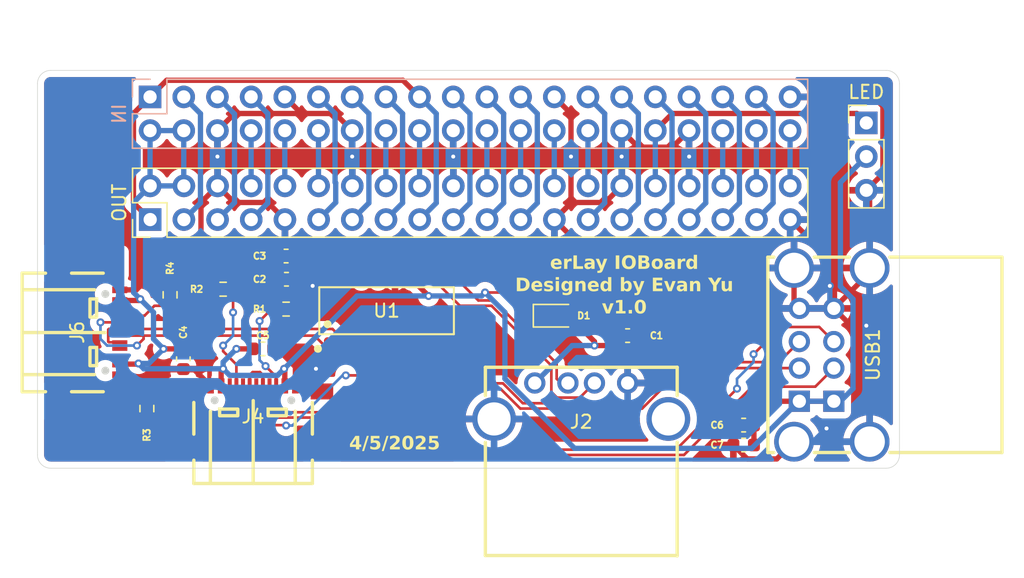
<source format=kicad_pcb>
(kicad_pcb (version 20241229) (generator "pcbnew") (generator_version "9.0")
  (layers (0 "F.Cu" signal) (2 "B.Cu" signal) (13 "F.Paste" user) (15 "B.Paste" user) (5 "F.SilkS" user "F.Silkscreen") (7 "B.SilkS" user "B.Silkscreen") (1 "F.Mask" user) (3 "B.Mask" user) (25 "Edge.Cuts" user))
  (net 0 "")
  (net 1 "GND")
  (net 2 "Net-(D1-A)")
  (net 3 "Net-(U1-VDD18)")
  (net 4 "Net-(U1-VDD33)")
  (net 5 "VCC")
  (net 6 "/GPIO_11")
  (net 7 "/GPIO_7")
  (net 8 "/GPIO_9")
  (net 9 "/GPIO_30")
  (net 10 "/GPIO_27")
  (net 11 "/GPIO_10")
  (net 12 "/GPIO_16")
  (net 13 "/GPIO_24")
  (net 14 "/GPIO_25")
  (net 15 "/GPIO_6")
  (net 16 "/GPIO_31")
  (net 17 "+3.3V")
  (net 18 "/GPIO_23")
  (net 19 "/GPIO_29")
  (net 20 "/GPIO_4")
  (net 21 "/GPIO_21")
  (net 22 "/GPIO_2")
  (net 23 "/GPIO_12")
  (net 24 "/GPIO_13")
  (net 25 "/GPIO_1")
  (net 26 "/GPIO_0")
  (net 27 "/GPIO_28")
  (net 28 "/GPIO_5")
  (net 29 "/GPIO_15")
  (net 30 "/GPIO_14")
  (net 31 "/GPIO_26")
  (net 32 "/GPIO_3")
  (net 33 "/GPIO_22")
  (net 34 "/GPIO_8")
  (net 35 "Net-(U1-DM3)")
  (net 36 "Net-(U1-DP3)")
  (net 37 "Net-(J4-CC2)")
  (net 38 "Net-(J4-CC1)")
  (net 39 "Net-(J6-CC2)")
  (net 40 "Net-(J6-CC1)")
  (net 41 "Net-(U1-DP1)")
  (net 42 "Net-(U1-DM2)")
  (net 43 "Net-(J2-D-)")
  (net 44 "Net-(U1-DP2)")
  (net 45 "Net-(U1-DP4)")
  (net 46 "Net-(U1-DM1)")
  (net 47 "Net-(J2-D+)")
  (net 48 "Net-(U1-DM4)")
  (footprint "Capacitor_SMD:C_0603_1608Metric" (layer "F.Cu") (at 137 101)
    (property "Reference" "C5")
    (property "Value" "10uF")
  )
  (footprint "Capacitor_SMD:C_0603_1608Metric" (layer "F.Cu") (at 138.75 94)
    (property "Reference" "C3")
    (property "Value" "10uF")
  )
  (footprint "Capacitor_SMD:C_0603_1608Metric" (layer "F.Cu") (at 173.25 108.25)
    (property "Reference" "C7")
    (property "Value" "10uF")
  )
  (footprint "Resistor_SMD:R_0603_1608Metric" (layer "F.Cu") (at 134 96.5 180)
    (property "Reference" "R2")
    (property "Value" "5.1k")
  )
  (footprint "Capacitor_SMD:C_0603_1608Metric" (layer "F.Cu") (at 138.775 95.75)
    (property "Reference" "C2")
    (property "Value" "10uF")
  )
  (footprint "Diode_SMD:D_SOD-323" (layer "F.Cu") (at 159 98.5)
    (property "Reference" "D1")
    (property "Value" "D")
  )
  (footprint "Components:USB-A-TH_USB-231-ARY" (layer "F.Cu") (at 161 104.928)
    (property "Reference" "J2")
    (property "Value" "USB_A")
  )
  (footprint "Connector_PinHeader_2.54mm:PinHeader_1x03_P2.54mm_Vertical" (layer "F.Cu") (at 182.5 83.96)
    (property "Reference" "LED")
    (property "Value" "Conn_01x03")
  )
  (footprint "Capacitor_SMD:C_0603_1608Metric" (layer "F.Cu") (at 173.25 106.75)
    (property "Reference" "C6")
    (property "Value" "10uF")
  )
  (footprint "Capacitor_SMD:C_0603_1608Metric" (layer "F.Cu") (at 131 101.75 -90)
    (property "Reference" "C4")
    (property "Value" "10uF")
  )
  (footprint "Components:SL2.1A" (layer "F.Cu") (at 146.325 98.1225)
    (property "Reference" "U1")
    (property "Value" "~")
  )
  (footprint "Resistor_SMD:R_0603_1608Metric" (layer "F.Cu") (at 128.25 105.5 90)
    (property "Reference" "R3")
    (property "Value" "5.1k")
  )
  (footprint "Capacitor_SMD:C_0603_1608Metric" (layer "F.Cu") (at 164.5 100)
    (property "Reference" "C1")
    (property "Value" "10uF")
  )
  (footprint "Components:USB-TYPE-C-SMD_TYPE-C-16P-QTWT" (layer "F.Cu") (at 123.8985 99.75 -90)
    (property "Reference" "J6")
    (property "Value" "USB_C_Receptacle_USB2.0_14P")
    (fp_poly (pts (xy -2.592567 -1.260158) (xy -2.612836 -1.335805) (xy -2.651994 -1.403628) (xy -2.707372 -1.459006) (xy -2.775195 -1.498164) (xy -2.850842 -1.518433) (xy -2.929158 -1.518433) (xy -3.004805 -1.498164) (xy -3.072628 -1.459006) (xy -3.128006 -1.403628) (xy -3.167164 -1.335805) (xy -3.187433 -1.260158) (xy -3.187433 -1.181842) (xy -3.167164 -1.106195) (xy -3.128006 -1.038372) (xy -3.072628 -0.982994) (xy -3.004805 -0.943836) (xy -2.929158 -0.923567) (xy -2.850842 -0.923567) (xy -2.775195 -0.943836) (xy -2.707372 -0.982994) (xy -2.651994 -1.038372) (xy -2.612836 -1.106195) (xy -2.592567 -1.181842)) (fill yes) (layer "Edge.Cuts"))
    (fp_poly (pts (xy 3.187433 -1.260158) (xy 3.167164 -1.335805) (xy 3.128006 -1.403628) (xy 3.072628 -1.459006) (xy 3.004805 -1.498164) (xy 2.929158 -1.518433) (xy 2.850842 -1.518433) (xy 2.775195 -1.498164) (xy 2.707372 -1.459006) (xy 2.651994 -1.403628) (xy 2.612836 -1.335805) (xy 2.592567 -1.260158) (xy 2.592567 -1.181842) (xy 2.612836 -1.106195) (xy 2.651994 -1.038372) (xy 2.707372 -0.982994) (xy 2.775195 -0.943836) (xy 2.850842 -0.923567) (xy 2.929158 -0.923567) (xy 3.004805 -0.943836) (xy 3.072628 -0.982994) (xy 3.128006 -1.038372) (xy 3.167164 -1.106195) (xy 3.187433 -1.181842)) (fill yes) (layer "Edge.Cuts"))
  )
  (footprint "Connector_PinHeader_2.54mm:PinHeader_2x20_P2.54mm_Vertical" (layer "F.Cu") (at 128.5 91.25 90)
    (property "Reference" "OUT")
    (property "Value" "Conn_02x20_Odd_Even")
  )
  (footprint "Components:USB-TYPE-C-SMD_TYPE-C-16P-QTWT" (layer "F.Cu") (at 136.25 106.1015)
    (property "Reference" "J4")
    (property "Value" "USB_C_Receptacle_USB2.0_14P")
    (fp_poly (pts (xy -2.592567 -1.260158) (xy -2.612836 -1.335805) (xy -2.651994 -1.403628) (xy -2.707372 -1.459006) (xy -2.775195 -1.498164) (xy -2.850842 -1.518433) (xy -2.929158 -1.518433) (xy -3.004805 -1.498164) (xy -3.072628 -1.459006) (xy -3.128006 -1.403628) (xy -3.167164 -1.335805) (xy -3.187433 -1.260158) (xy -3.187433 -1.181842) (xy -3.167164 -1.106195) (xy -3.128006 -1.038372) (xy -3.072628 -0.982994) (xy -3.004805 -0.943836) (xy -2.929158 -0.923567) (xy -2.850842 -0.923567) (xy -2.775195 -0.943836) (xy -2.707372 -0.982994) (xy -2.651994 -1.038372) (xy -2.612836 -1.106195) (xy -2.592567 -1.181842)) (fill yes) (layer "Edge.Cuts"))
    (fp_poly (pts (xy 3.187433 -1.260158) (xy 3.167164 -1.335805) (xy 3.128006 -1.403628) (xy 3.072628 -1.459006) (xy 3.004805 -1.498164) (xy 2.929158 -1.518433) (xy 2.850842 -1.518433) (xy 2.775195 -1.498164) (xy 2.707372 -1.459006) (xy 2.651994 -1.403628) (xy 2.612836 -1.335805) (xy 2.592567 -1.260158) (xy 2.592567 -1.181842) (xy 2.612836 -1.106195) (xy 2.651994 -1.038372) (xy 2.707372 -0.982994) (xy 2.775195 -0.943836) (xy 2.850842 -0.923567) (xy 2.929158 -0.923567) (xy 3.004805 -0.943836) (xy 3.072628 -0.982994) (xy 3.128006 -1.038372) (xy 3.167164 -1.106195) (xy 3.187433 -1.181842)) (fill yes) (layer "Edge.Cuts"))
  )
  (footprint "Resistor_SMD:R_0603_1608Metric" (layer "F.Cu") (at 138.75 98)
    (property "Reference" "R1")
    (property "Value" "5.1k")
  )
  (footprint "Resistor_SMD:R_0603_1608Metric" (layer "F.Cu") (at 130 96.925 90)
    (property "Reference" "R4")
    (property "Value" "5.1k")
  )
  (footprint "Components:USB-A-TH_AF-SS-JB17.6" (layer "F.Cu") (at 179.9 101.45 90)
    (property "Reference" "USB1")
    (property "Value" "~")
  )
  (footprint "Connector_PinHeader_2.54mm:PinHeader_2x20_P2.54mm_Vertical" (layer "B.Cu") (at 128.49 82 -90)
    (property "Reference" "IN")
    (property "Value" "Conn_02x20_Odd_Even")
  )
  (gr_arc (start 121.000001 109.999999) (mid 120.292894 109.707106) (end 120.000001 108.999999) (stroke (width 0.05)) (layer "Edge.Cuts"))
  (gr_line (start 184 80) (end 121 80) (stroke (width 0.05)) (layer "Edge.Cuts"))
  (gr_arc (start 120 81) (mid 120.292893 80.292893) (end 121 80) (stroke (width 0.05)) (layer "Edge.Cuts"))
  (gr_line (start 120 81) (end 120.000002 108.999999) (stroke (width 0.05)) (layer "Edge.Cuts"))
  (gr_arc (start 185 109) (mid 184.707107 109.707107) (end 184 110) (stroke (width 0.05)) (layer "Edge.Cuts"))
  (gr_arc (start 184 80) (mid 184.707107 80.292893) (end 185 81) (stroke (width 0.05)) (layer "Edge.Cuts"))
  (gr_line (start 185 109) (end 185 81) (stroke (width 0.05)) (layer "Edge.Cuts"))
  (gr_line (start 121 109.999999) (end 184 110) (stroke (width 0.05)) (layer "Edge.Cuts"))
  (gr_text "4/5/2025" (at 143.5 108.75 0) (layer "F.SilkS") (effects (font (size 1 1) (thickness 0.25) (bold yes)) (justify left bottom)))
  (gr_text "erLay IOBoard\nDesigned by Evan Yu\nv1.0" (at 164.25 98.5 0) (layer "F.SilkS") (effects (font (size 1 1) (thickness 0.25) (bold yes)) (justify bottom)))
  (segment (start 133.05 103.793) (end 131.782 102.525) (width 0.4) (layer "F.Cu") (net 1))
  (segment (start 130 96.1) (end 129.85 96.25) (width 0.4) (layer "F.Cu") (net 1))
  (segment (start 160.231 83.261) (end 160.231 86.5) (width 0.4) (layer "F.Cu") (net 1))
  (segment (start 143.73 84.54) (end 143.73 86.5) (width 0.4) (layer "F.Cu") (net 1))
  (segment (start 182.75 95.25) (end 182.75 94.9) (width 0.4) (layer "F.Cu") (net 1))
  (segment (start 139.45 102.358636) (end 138.091364 101) (width 0.4) (layer "F.Cu") (net 1))
  (segment (start 164.05 84.54) (end 164.05 86.5) (width 0.4) (layer "F.Cu") (net 1))
  (segment (start 138.66 91.25) (end 138.66 93.315) (width 0.4) (layer "F.Cu") (net 1))
  (segment (start 182.75 89.29) (end 182.5 89.04) (width 0.4) (layer "F.Cu") (net 1))
  (segment (start 183.042 82) (end 183.751 82.709) (width 0.4) (layer "F.Cu") (net 1))
  (segment (start 179.75 94.24) (end 176.76 91.25) (width 0.4) (layer "F.Cu") (net 1))
  (segment (start 127.75 96.25) (end 127.45 96.55) (width 0.4) (layer "F.Cu") (net 1))
  (segment (start 162.809 89.961) (end 164.06 88.71) (width 0.4) (layer "F.Cu") (net 1))
  (segment (start 172.475 108.25) (end 173.524 109.299) (width 0.4) (layer "F.Cu") (net 1))
  (segment (start 164.05 84.54) (end 165.301 85.791) (width 0.4) (layer "F.Cu") (net 1))
  (segment (start 175.751 109.299) (end 177.05 108) (width 0.4) (layer "F.Cu") (net 1))
  (segment (start 164.05 86.5) (end 164.05 88.7) (width 0.4) (layer "F.Cu") (net 1))
  (segment (start 164.05 88.7) (end 164.06 88.71) (width 0.4) (layer "F.Cu") (net 1))
  (segment (start 165.275 97.545) (end 165.275 100) (width 0.4) (layer "F.Cu") (net 1))
  (segment (start 132.329 95.654) (end 133.175 96.5) (width 0.4) (layer "F.Cu") (net 1))
  (segment (start 126.525 102.95) (end 128.25 104.675) (width 0.4) (layer "F.Cu") (net 1))
  (segment (start 158.97 82) (end 160.231 83.261) (width 0.4) (layer "F.Cu") (net 1))
  (segment (start 172.475 108.25) (end 172.475 106.75) (width 0.4) (layer "F.Cu") (net 1))
  (segment (start 138.66 93.315) (end 137.975 94) (width 0.4) (layer "F.Cu") (net 1))
  (segment (start 167.879 85.791) (end 169.13 84.54) (width 0.4) (layer "F.Cu") (net 1))
  (segment (start 176.75 82) (end 183.042 82) (width 0.4) (layer "F.Cu") (net 1))
  (segment (start 160.231 89.999) (end 158.98 91.25) (width 0.4) (layer "F.Cu") (net 1))
  (segment (start 182.75 94.9) (end 182.75 89.29) (width 0.4) (layer "F.Cu") (net 1))
  (segment (start 142.441 83.251) (end 143.73 84.54) (width 0.4) (layer "F.Cu") (net 1))
  (segment (start 138.65 82) (end 139.901 83.251) (width 0.4) (layer "F.Cu") (net 1))
  (segment (start 143.73 88.7) (end 143.74 88.71) (width 0.4) (layer "F.Cu") (net 1))
  (segment (start 169.14 84.55) (end 169.13 84.54) (width 0.4) (layer "F.Cu") (net 1))
  (segment (start 151.35 84.54) (end 151.35 86.5) (width 0.4) (layer "F.Cu") (net 1))
  (segment (start 177.05 97.55) (end 177.45 97.95) (width 0.4) (layer "F.Cu") (net 1))
  (segment (start 139.901 83.251) (end 142.441 83.251) (width 0.4) (layer "F.Cu") (net 1))
  (segment (start 151.35 88.7) (end 151.36 88.71) (width 0.4) (layer "F.Cu") (net 1))
  (segment (start 129.85 96.25) (end 127.75 96.25) (width 0.4) (layer "F.Cu") (net 1))
  (segment (start 169.14 86.5) (end 169.14 84.55) (width 0.4) (layer "F.Cu") (net 1))
  (segment (start 133.58 88.71) (end 132.329 89.961) (width 0.4) (layer "F.Cu") (net 1))
  (segment (start 173.524 109.299) (end 175.751 109.299) (width 0.4) (layer "F.Cu") (net 1))
  (segment (start 139.901 83.251) (end 134.859 83.251) (width 0.4) (layer "F.Cu") (net 1))
  (segment (start 183.751 87.789) (end 182.5 89.04) (width 0.4) (layer "F.Cu") (net 1))
  (segment (start 132.329 89.961) (end 132.329 95.654) (width 0.4) (layer "F.Cu") (net 1))
  (segment (start 182.5 99.25) (end 181.35 99.25) (width 0.4) (layer "F.Cu") (net 1))
  (segment (start 179.75 96.25) (end 179.75 94.24) (width 0.4) (layer "F.Cu") (net 1))
  (segment (start 165.301 85.791) (end 167.879 85.791) (width 0.4) (layer "F.Cu") (net 1))
  (segment (start 160.269 89.961) (end 162.809 89.961) (width 0.4) (layer "F.Cu") (net 1))
  (segment (start 143.73 86.5) (end 143.73 88.7) (width 0.4) (layer "F.Cu") (net 1))
  (segment (start 134.859 83.251) (end 133.57 84.54) (width 0.4) (layer "F.Cu") (net 1))
  (segment (start 180.05 97.95) (end 182.75 95.25) (width 0.4) (layer "F.Cu") (net 1))
  (segment (start 139.45 103.793) (end 139.45 102.358636) (width 0.4) (layer "F.Cu") (net 1))
  (segment (start 169.14 88.71) (end 169.14 86.5) (width 0.4) (layer "F.Cu") (net 1))
  (segment (start 134.831 89.961) (end 137.371 89.961) (width 0.4) (layer "F.Cu") (net 1))
  (segment (start 140.75 96.25) (end 141.75 95.25) (width 0.4) (layer "F.Cu") (net 1))
  (segment (start 133.58 88.71) (end 134.831 89.961) (width 0.4) (layer "F.Cu") (net 1))
  (segment (start 138.091364 101) (end 137.775 101) (width 0.4) (layer "F.Cu") (net 1))
  (segment (start 141.75 95.25) (end 141.88 95.25) (width 0.4) (layer "F.Cu") (net 1))
  (segment (start 133.57 88.7) (end 133.58 88.71) (width 0.4) (layer "F.Cu") (net 1))
  (segment (start 137.371 89.961) (end 138.66 91.25) (width 0.4) (layer "F.Cu") (net 1))
  (segment (start 160.231 86.5) (end 160.231 89.999) (width 0.4) (layer "F.Cu") (net 1))
  (segment (start 183.751 82.709) (end 183.751 87.789) (width 0.4) (layer "F.Cu") (net 1))
  (segment (start 127.45 96.55) (end 126.207 96.55) (width 0.4) (layer "F.Cu") (net 1))
  (segment (start 158.98 91.25) (end 165.275 97.545) (width 0.4) (layer "F.Cu") (net 1))
  (segment (start 126.207 102.95) (end 126.525 102.95) (width 0.4) (layer "F.Cu") (net 1))
  (segment (start 133.57 84.54) (end 133.57 86.5) (width 0.4) (layer "F.Cu") (net 1))
  (segment (start 177.05 94.9) (end 182.75 94.9) (width 0.4) (layer "F.Cu") (net 1))
  (segment (start 131.782 102.525) (end 131 102.525) (width 0.4) (layer "F.Cu") (net 1))
  (segment (start 181.35 99.25) (end 180.05 97.95) (width 0.4) (layer "F.Cu") (net 1))
  (segment (start 177.05 94.9) (end 177.05 97.55) (width 0.4) (layer "F.Cu") (net 1))
  (segment (start 158.98 91.25) (end 160.269 89.961) (width 0.4) (layer "F.Cu") (net 1))
  (segment (start 133.57 86.5) (end 133.57 88.7) (width 0.4) (layer "F.Cu") (net 1))
  (segment (start 151.35 86.5) (end 151.35 88.7) (width 0.4) (layer "F.Cu") (net 1))
  (via (at 140.75 96.25) (size 0.6) (drill 0.3) (layers "F.Cu" "B.Cu") (net 1))
  (via (at 164.05 86.5) (size 0.6) (drill 0.3) (layers "F.Cu" "B.Cu") (net 1))
  (via (at 141 102.5) (size 0.6) (drill 0.3) (layers "F.Cu" "B.Cu") (net 1))
  (via (at 179.5 107) (size 0.6) (drill 0.3) (layers "F.Cu" "B.Cu") (net 1))
  (via (at 143.73 86.5) (size 0.6) (drill 0.3) (layers "F.Cu" "B.Cu") (net 1))
  (via (at 179.75 96.25) (size 0.6) (drill 0.3) (layers "F.Cu" "B.Cu") (net 1))
  (via (at 151.35 86.5) (size 0.6) (drill 0.3) (layers "F.Cu" "B.Cu") (net 1))
  (via (at 160.231 86.5) (size 0.6) (drill 0.3) (layers "F.Cu" "B.Cu") (net 1))
  (via (at 182.5 99.25) (size 0.6) (drill 0.3) (layers "F.Cu" "B.Cu") (net 1))
  (via (at 169.14 86.5) (size 0.6) (drill 0.3) (layers "F.Cu" "B.Cu") (net 1))
  (via (at 133.57 86.5) (size 0.6) (drill 0.3) (layers "F.Cu" "B.Cu") (net 1))
  (segment (start 178.5 108) (end 179.5 107) (width 0.4) (layer "B.Cu") (net 1))
  (segment (start 179.75 97.65) (end 179.75 96.25) (width 0.4) (layer "B.Cu") (net 1))
  (segment (start 177.05 108) (end 182.75 108) (width 0.4) (layer "B.Cu") (net 1))
  (segment (start 180.05 97.95) (end 179.75 97.65) (width 0.4) (layer "B.Cu") (net 1))
  (segment (start 177.05 108) (end 178.5 108) (width 0.4) (layer "B.Cu") (net 1))
  (segment (start 182.75 99.5) (end 182.5 99.25) (width 0.4) (layer "B.Cu") (net 1))
  (segment (start 180.05 97.95) (end 177.45 97.95) (width 0.4) (layer "B.Cu") (net 1))
  (segment (start 182.75 108) (end 182.75 99.5) (width 0.4) (layer "B.Cu") (net 1))
  (segment (start 162 100.75) (end 162.975 100.75) (width 0.4) (layer "F.Cu") (net 2))
  (segment (start 162 100.45) (end 160.05 98.5) (width 0.4) (layer "F.Cu") (net 2))
  (segment (start 162 100.75) (end 162 100.45) (width 0.4) (layer "F.Cu") (net 2))
  (segment (start 162.975 100.75) (end 163.725 100) (width 0.4) (layer "F.Cu") (net 2))
  (via (at 162 100.75) (size 0.6) (drill 0.3) (layers "F.Cu" "B.Cu") (net 2))
  (segment (start 157.5 103.573) (end 160.323 100.75) (width 0.4) (layer "B.Cu") (net 2))
  (segment (start 160.323 100.75) (end 161.5 100.75) (width 0.4) (layer "B.Cu") (net 2))
  (segment (start 161.5 100.75) (end 162 100.75) (width 0.4) (layer "B.Cu") (net 2))
  (segment (start 143.6635 93.901) (end 144.42 94.6575) (width 0.2) (layer "F.Cu") (net 3))
  (segment (start 144.42 94.6575) (end 144.42 95.25) (width 0.2) (layer "F.Cu") (net 3))
  (segment (start 141.599 93.901) (end 143.6635 93.901) (width 0.2) (layer "F.Cu") (net 3))
  (segment (start 139.43 95.75) (end 139.75 95.75) (width 0.2) (layer "F.Cu") (net 3))
  (segment (start 139.75 95.75) (end 141.599 93.901) (width 0.2) (layer "F.Cu") (net 3))
  (segment (start 144.5325 93.5) (end 145.69 94.6575) (width 0.2) (layer "F.Cu") (net 4))
  (segment (start 140.025 93.5) (end 144.5325 93.5) (width 0.2) (layer "F.Cu") (net 4))
  (segment (start 139.43 94) (end 139.525 94) (width 0.2) (layer "F.Cu") (net 4))
  (segment (start 145.69 94.6575) (end 145.69 95.25) (width 0.2) (layer "F.Cu") (net 4))
  (segment (start 139.525 94) (end 140.025 93.5) (width 0.2) (layer "F.Cu") (net 4))
  (segment (start 127.65 97.35) (end 127.75 97.25) (width 0.4) (layer "F.Cu") (net 5))
  (segment (start 174.025 106.725) (end 174.025 106.75) (width 0.4) (layer "F.Cu") (net 5))
  (segment (start 126.207 97.35) (end 127.65 97.35) (width 0.4) (layer "F.Cu") (net 5))
  (segment (start 138.6 102.5) (end 138.65 102.55) (width 0.4) (layer "F.Cu") (net 5))
  (segment (start 175.8 104.95) (end 174.025 106.725) (width 0.4) (layer "F.Cu") (net 5))
  (segment (start 149.49 97.01) (end 148.23 95.75) (width 0.4) (layer "F.Cu") (net 5))
  (segment (start 148.23 95.75) (end 148.23 95.25) (width 0.4) (layer "F.Cu") (net 5))
  (segment (start 174.025 108.25) (end 174.025 106.75) (width 0.4) (layer "F.Cu") (net 5))
  (segment (start 133.85 102.65) (end 133.85 103.793) (width 0.4) (layer "F.Cu") (net 5))
  (segment (start 134 102.5) (end 133.85 102.65) (width 0.4) (layer "F.Cu") (net 5))
  (segment (start 127.617735 102.1) (end 127.567735 102.15) (width 0.4) (layer "F.Cu") (net 5))
  (segment (start 138.65 102.55) (end 138.65 103.793) (width 0.4) (layer "F.Cu") (net 5))
  (segment (start 129.5 101) (end 130.975 101) (width 0.4) (layer "F.Cu") (net 5))
  (segment (start 127.567735 102.15) (end 126.207 102.15) (width 0.4) (layer "F.Cu") (net 5))
  (segment (start 155.499 96.749) (end 157.25 98.5) (width 0.2) (layer "F.Cu") (net 5))
  (segment (start 153.75 96.749) (end 155.499 96.749) (width 0.2) (layer "F.Cu") (net 5))
  (segment (start 130.975 101) (end 131 100.975) (width 0.4) (layer "F.Cu") (net 5))
  (segment (start 157.25 98.5) (end 157.95 98.5) (width 0.2) (layer "F.Cu") (net 5))
  (segment (start 180.05 104.95) (end 175.8 104.95) (width 0.4) (layer "F.Cu") (net 5))
  (segment (start 136.225 101) (end 135 101) (width 0.4) (layer "F.Cu") (net 5))
  (via (at 127.617735 102.1) (size 0.6) (drill 0.3) (layers "F.Cu" "B.Cu") (net 5))
  (via (at 149.49 97.01) (size 0.6) (drill 0.3) (layers "F.Cu" "B.Cu") (net 5))
  (via (at 129.5 101) (size 0.6) (drill 0.3) (layers "F.Cu" "B.Cu") (net 5))
  (via (at 127.75 97.25) (size 0.6) (drill 0.3) (layers "F.Cu" "B.Cu") (net 5))
  (via (at 134 102.5) (size 0.6) (drill 0.3) (layers "F.Cu" "B.Cu") (net 5))
  (via (at 135 101) (size 0.6) (drill 0.3) (layers "F.Cu" "B.Cu") (net 5))
  (via (at 138.6 102.5) (size 0.6) (drill 0.3) (layers "F.Cu" "B.Cu") (net 5))
  (via (at 153.75 96.749) (size 0.6) (drill 0.3) (layers "F.Cu" "B.Cu") (net 5))
  (segment (start 134.5 103) (end 134 102.5) (width 0.4) (layer "B.Cu") (net 5))
  (segment (start 131.03 84.54) (end 128.49 84.54) (width 0.4) (layer "B.Cu") (net 5))
  (segment (start 131.03 88.7) (end 131.04 88.71) (width 0.4) (layer "B.Cu") (net 5))
  (segment (start 129.5 101) (end 128.75 100.25) (width 0.4) (layer "B.Cu") (net 5))
  (segment (start 155.25 103.25) (end 160.5 108.5) (width 0.4) (layer "B.Cu") (net 5))
  (segment (start 128.5 88.71) (end 127.249 89.961) (width 0.4) (layer "B.Cu") (net 5))
  (segment (start 127.617735 102.1) (end 128.017735 102.5) (width 0.4) (layer "B.Cu") (net 5))
  (segment (start 134 102) (end 135 101) (width 0.4) (layer "B.Cu") (net 5))
  (segment (start 173.86158 108.5) (end 177.41158 104.95) (width 0.4) (layer "B.Cu") (net 5))
  (segment (start 134 102.5) (end 134 102) (width 0.4) (layer "B.Cu") (net 5))
  (segment (start 180.55 104.95) (end 180.05 104.95) (width 0.4) (layer "B.Cu") (net 5))
  (segment (start 181.5 97.25) (end 181.5 104) (width 0.4) (layer "B.Cu") (net 5))
  (segment (start 180.547471 88.452529) (end 180.547471 96.297471) (width 0.4) (layer "B.Cu") (net 5))
  (segment (start 138.6 102.5) (end 138.1 103) (width 0.4) (layer "B.Cu") (net 5))
  (segment (start 128.75 100.25) (end 128.75 98.25) (width 0.4) (layer "B.Cu") (net 5))
  (segment (start 138.1 103) (end 134.5 103) (width 0.4) (layer "B.Cu") (net 5))
  (segment (start 128.017735 102.5) (end 134 102.5) (width 0.4) (layer "B.Cu") (net 5))
  (segment (start 180.547471 96.297471) (end 181.5 97.25) (width 0.4) (layer "B.Cu") (net 5))
  (segment (start 127.249 89.961) (end 127.249 96.749) (width 0.4) (layer "B.Cu") (net 5))
  (segment (start 131.04 88.71) (end 128.5 88.71) (width 0.4) (layer "B.Cu") (net 5))
  (segment (start 128.75 98.25) (end 127.75 97.25) (width 0.4) (layer "B.Cu") (net 5))
  (segment (start 127.249 96.749) (end 127.75 97.25) (width 0.4) (layer "B.Cu") (net 5))
  (segment (start 182.5 86.5) (end 180.547471 88.452529) (width 0.4) (layer "B.Cu") (net 5))
  (segment (start 128.49 88.7) (end 128.5 88.71) (width 0.4) (layer "B.Cu") (net 5))
  (segment (start 153.489 97.01) (end 153.75 96.749) (width 0.4) (layer "B.Cu") (net 5))
  (segment (start 153.75 96.749) (end 155.25 98.249) (width 0.4) (layer "B.Cu") (net 5))
  (segment (start 144.09 97.01) (end 149.49 97.01) (width 0.4) (layer "B.Cu") (net 5))
  (segment (start 128.4 102.1) (end 129.5 101) (width 0.4) (layer "B.Cu") (net 5))
  (segment (start 128.49 84.54) (end 128.49 88.7) (width 0.4) (layer "B.Cu") (net 5))
  (segment (start 127.617735 102.1) (end 128.4 102.1) (width 0.4) (layer "B.Cu") (net 5))
  (segment (start 131.03 84.54) (end 131.03 88.7) (width 0.4) (layer "B.Cu") (net 5))
  (segment (start 160.5 108.5) (end 173.86158 108.5) (width 0.4) (layer "B.Cu") (net 5))
  (segment (start 177.41158 104.95) (end 177.45 104.95) (width 0.4) (layer "B.Cu") (net 5))
  (segment (start 149.49 97.01) (end 153.489 97.01) (width 0.4) (layer "B.Cu") (net 5))
  (segment (start 155.25 98.249) (end 155.25 103.25) (width 0.4) (layer "B.Cu") (net 5))
  (segment (start 138.6 102.5) (end 144.09 97.01) (width 0.4) (layer "B.Cu") (net 5))
  (segment (start 177.45 104.95) (end 180.05 104.95) (width 0.4) (layer "B.Cu") (net 5))
  (segment (start 181.5 104) (end 180.55 104.95) (width 0.4) (layer "B.Cu") (net 5))
  (segment (start 158.97 84.54) (end 158.97 88.7) (width 0.4) (layer "B.Cu") (net 6))
  (segment (start 158.97 88.7) (end 158.98 88.71) (width 0.4) (layer "B.Cu") (net 6))
  (segment (start 137.371 89.999) (end 136.12 91.25) (width 0.4) (layer "B.Cu") (net 7))
  (segment (start 136.11 82) (end 137.371 83.261) (width 0.4) (layer "B.Cu") (net 7))
  (segment (start 137.371 83.261) (end 137.371 89.999) (width 0.4) (layer "B.Cu") (net 7))
  (segment (start 134.859 83.289) (end 134.859 89.971) (width 0.4) (layer "B.Cu") (net 8))
  (segment (start 134.859 89.971) (end 133.58 91.25) (width 0.4) (layer "B.Cu") (net 8))
  (segment (start 133.57 82) (end 134.859 83.289) (width 0.4) (layer "B.Cu") (net 8))
  (segment (start 162.771 83.261) (end 162.771 89.999) (width 0.4) (layer "B.Cu") (net 9))
  (segment (start 162.771 89.999) (end 161.52 91.25) (width 0.4) (layer "B.Cu") (net 9))
  (segment (start 161.51 82) (end 162.771 83.261) (width 0.4) (layer "B.Cu") (net 9))
  (segment (start 171.67 88.7) (end 171.68 88.71) (width 0.4) (layer "B.Cu") (net 10))
  (segment (start 171.67 84.54) (end 171.67 88.7) (width 0.4) (layer "B.Cu") (net 10))
  (segment (start 156.43 84.54) (end 156.43 88.7) (width 0.4) (layer "B.Cu") (net 11))
  (segment (start 156.43 88.7) (end 156.44 88.71) (width 0.4) (layer "B.Cu") (net 11))
  (segment (start 138.65 88.7) (end 138.66 88.71) (width 0.4) (layer "B.Cu") (net 12))
  (segment (start 138.65 84.54) (end 138.65 88.7) (width 0.4) (layer "B.Cu") (net 12))
  (segment (start 172.931 89.999) (end 171.68 91.25) (width 0.4) (layer "B.Cu") (net 13))
  (segment (start 171.67 82) (end 172.931 83.261) (width 0.4) (layer "B.Cu") (net 13))
  (segment (start 172.931 83.261) (end 172.931 89.999) (width 0.4) (layer "B.Cu") (net 13))
  (segment (start 174.21 82) (end 175.471 83.261) (width 0.4) (layer "B.Cu") (net 14))
  (segment (start 175.471 83.261) (end 175.471 89.999) (width 0.4) (layer "B.Cu") (net 14))
  (segment (start 175.471 89.999) (end 174.22 91.25) (width 0.4) (layer "B.Cu") (net 14))
  (segment (start 153.89 84.54) (end 153.89 88.7) (width 0.4) (layer "B.Cu") (net 15))
  (segment (start 153.89 88.7) (end 153.9 88.71) (width 0.4) (layer "B.Cu") (net 15))
  (segment (start 161.51 88.7) (end 161.52 88.71) (width 0.4) (layer "B.Cu") (net 16))
  (segment (start 161.51 84.54) (end 161.51 88.7) (width 0.4) (layer "B.Cu") (net 16))
  (segment (start 128.49 82) (end 127.239 83.251) (width 0.4) (layer "F.Cu") (net 17))
  (segment (start 127.239 89.989) (end 128.5 91.25) (width 0.4) (layer "F.Cu") (net 17))
  (segment (start 127.239 83.251) (end 127.239 89.989) (width 0.4) (layer "F.Cu") (net 17))
  (segment (start 147.559 80.749) (end 148.81 82) (width 0.4) (layer "F.Cu") (net 17))
  (segment (start 129.741 80.749) (end 147.559 80.749) (width 0.4) (layer "F.Cu") (net 17))
  (segment (start 128.49 82) (end 129.741 80.749) (width 0.4) (layer "F.Cu") (net 17))
  (segment (start 150.071 83.261) (end 150.071 89.999) (width 0.4) (layer "B.Cu") (net 17))
  (segment (start 148.81 82) (end 150.071 83.261) (width 0.4) (layer "B.Cu") (net 17))
  (segment (start 150.071 89.999) (end 148.82 91.25) (width 0.4) (layer "B.Cu") (net 17))
  (segment (start 170.391 83.261) (end 170.391 89.999) (width 0.4) (layer "B.Cu") (net 18))
  (segment (start 169.13 82) (end 170.391 83.261) (width 0.4) (layer "B.Cu") (net 18))
  (segment (start 170.391 89.999) (end 169.14 91.25) (width 0.4) (layer "B.Cu") (net 18))
  (segment (start 176.75 84.54) (end 176.75 88.7) (width 0.4) (layer "B.Cu") (net 19))
  (segment (start 176.75 88.7) (end 176.76 88.71) (width 0.4) (layer "B.Cu") (net 19))
  (segment (start 146.27 84.54) (end 146.27 88.7) (width 0.4) (layer "B.Cu") (net 20))
  (segment (start 146.27 88.7) (end 146.28 88.71) (width 0.4) (layer "B.Cu") (net 20))
  (segment (start 165.311 83.261) (end 165.311 89.999) (width 0.4) (layer "B.Cu") (net 21))
  (segment (start 165.311 89.999) (end 164.06 91.25) (width 0.4) (layer "B.Cu") (net 21))
  (segment (start 164.05 82) (end 165.311 83.261) (width 0.4) (layer "B.Cu") (net 21))
  (segment (start 144.991 89.999) (end 143.74 91.25) (width 0.4) (layer "B.Cu") (net 22))
  (segment (start 143.73 82) (end 144.991 83.261) (width 0.4) (layer "B.Cu") (net 22))
  (segment (start 144.991 83.261) (end 144.991 89.999) (width 0.4) (layer "B.Cu") (net 22))
  (segment (start 151.35 82) (end 152.611 83.261) (width 0.4) (layer "B.Cu") (net 23))
  (segment (start 152.611 83.261) (end 152.611 89.999) (width 0.4) (layer "B.Cu") (net 23))
  (segment (start 152.611 89.999) (end 151.36 91.25) (width 0.4) (layer "B.Cu") (net 23))
  (segment (start 153.89 82) (end 155.151 83.261) (width 0.4) (layer "B.Cu") (net 24))
  (segment (start 155.151 83.261) (end 155.151 89.999) (width 0.4) (layer "B.Cu") (net 24))
  (segment (start 155.151 89.999) (end 153.9 91.25) (width 0.4) (layer "B.Cu") (net 24))
  (segment (start 141.19 88.7) (end 141.2 88.71) (width 0.4) (layer "B.Cu") (net 25))
  (segment (start 141.19 84.54) (end 141.19 88.7) (width 0.4) (layer "B.Cu") (net 25))
  (segment (start 142.441 83.251) (end 142.441 88.441) (width 0.4) (layer "B.Cu") (net 26))
  (segment (start 142.489 89.961) (end 141.2 91.25) (width 0.4) (layer "B.Cu") (net 26))
  (segment (start 141.19 82) (end 142.441 83.251) (width 0.4) (layer "B.Cu") (net 26))
  (segment (start 142.489 88.489) (end 142.489 89.961) (width 0.4) (layer "B.Cu") (net 26))
  (segment (start 142.441 88.441) (end 142.489 88.489) (width 0.4) (layer "B.Cu") (net 26))
  (segment (start 174.21 84.54) (end 174.21 88.7) (width 0.4) (layer "B.Cu") (net 27))
  (segment (start 174.21 88.7) (end 174.22 88.71) (width 0.4) (layer "B.Cu") (net 27))
  (segment (start 148.81 84.54) (end 148.81 88.7) (width 0.4) (layer "B.Cu") (net 28))
  (segment (start 148.81 88.7) (end 148.82 88.71) (width 0.4) (layer "B.Cu") (net 28))
  (segment (start 136.11 88.7) (end 136.12 88.71) (width 0.4) (layer "B.Cu") (net 29))
  (segment (start 136.11 84.54) (end 136.11 88.7) (width 0.4) (layer "B.Cu") (net 29))
  (segment (start 157.691 89.999) (end 156.44 91.25) (width 0.4) (layer "B.Cu") (net 30))
  (segment (start 157.691 83.261) (end 157.691 89.999) (width 0.4) (layer "B.Cu") (net 30))
  (segment (start 156.43 82) (end 157.691 83.261) (width 0.4) (layer "B.Cu") (net 30))
  (segment (start 167.88 83.25) (end 166.59 84.54) (width 0.4) (layer "F.Cu") (net 31))
  (segment (start 182.5 83.96) (end 181.79 83.25) (width 0.4) (layer "F.Cu") (net 31))
  (segment (start 181.79 83.25) (end 167.88 83.25) (width 0.4) (layer "F.Cu") (net 31))
  (segment (start 166.59 84.54) (end 166.59 88.7) (width 0.4) (layer "B.Cu") (net 31))
  (segment (start 166.59 88.7) (end 166.6 88.71) (width 0.2) (layer "B.Cu") (net 31))
  (segment (start 146.27 82) (end 147.531 83.261) (width 0.4) (layer "B.Cu") (net 32))
  (segment (start 147.531 83.261) (end 147.531 89.999) (width 0.4) (layer "B.Cu") (net 32))
  (segment (start 147.531 89.999) (end 146.28 91.25) (width 0.4) (layer "B.Cu") (net 32))
  (segment (start 166.59 82) (end 167.851 83.261) (width 0.4) (layer "B.Cu") (net 33))
  (segment (start 167.851 89.999) (end 166.6 91.25) (width 0.4) (layer "B.Cu") (net 33))
  (segment (start 167.851 83.261) (end 167.851 89.999) (width 0.4) (layer "B.Cu") (net 33))
  (segment (start 132.291 89.999) (end 131.04 91.25) (width 0.4) (layer "B.Cu") (net 34))
  (segment (start 131.03 82) (end 132.291 83.261) (width 0.4) (layer "B.Cu") (net 34))
  (segment (start 132.291 83.261) (end 132.291 89.999) (width 0.4) (layer "B.Cu") (net 34))
  (segment (start 136.1829 106.75) (end 135.5 106.0671) (width 0.2) (layer "F.Cu") (net 35))
  (segment (start 138.75 106.779933) (end 138.720067 106.75) (width 0.2) (layer "F.Cu") (net 35))
  (segment (start 138.720067 106.75) (end 136.1829 106.75) (width 0.2) (layer "F.Cu") (net 35))
  (segment (start 144.42 103.58) (end 142.221067 105.778933) (width 0.2) (layer "F.Cu") (net 35))
  (segment (start 144.42 100.995) (end 144.42 102.75) (width 0.2) (layer "F.Cu") (net 35))
  (segment (start 135.5 106.0671) (end 135.5 103.7935) (width 0.2) (layer "F.Cu") (net 35))
  (segment (start 142.221067 105.778933) (end 136.663433 105.778933) (width 0.2) (layer "F.Cu") (net 35))
  (segment (start 144.42 102.75) (end 144.42 103.58) (width 0.2) (layer "F.Cu") (net 35))
  (segment (start 136.663433 105.778933) (end 136.5 105.6155) (width 0.2) (layer "F.Cu") (net 35))
  (segment (start 144.17 103) (end 143.25 103) (width 0.2) (layer "F.Cu") (net 35))
  (segment (start 144.42 102.75) (end 144.17 103) (width 0.2) (layer "F.Cu") (net 35))
  (segment (start 136.5 105.6155) (end 136.5 103.7935) (width 0.2) (layer "F.Cu") (net 35))
  (via (at 138.75 106.779933) (size 0.6) (drill 0.3) (layers "F.Cu" "B.Cu") (net 35))
  (via (at 143.25 103) (size 0.6) (drill 0.3) (layers "F.Cu" "B.Cu") (net 35))
  (segment (start 139.220067 106.779933) (end 143 103) (width 0.2) (layer "B.Cu") (net 35))
  (segment (start 138.75 106.779933) (end 139.220067 106.779933) (width 0.2) (layer "B.Cu") (net 35))
  (segment (start 143 103) (end 143.25 103) (width 0.2) (layer "B.Cu") (net 35))
  (segment (start 137 102.9715) (end 137 103.7935) (width 0.2) (layer "F.Cu") (net 36))
  (segment (start 136 106) (end 136 103.7935) (width 0.2) (layer "F.Cu") (net 36))
  (segment (start 136.179933 106.179933) (end 136 106) (width 0.2) (layer "F.Cu") (net 36))
  (segment (start 145.69 100.995) (end 145.69 102.8771) (width 0.2) (layer "F.Cu") (net 36))
  (segment (start 136 103.7935) (end 136 102.9715) (width 0.2) (layer "F.Cu") (net 36))
  (segment (start 136.2215 102.75) (end 136.7785 102.75) (width 0.2) (layer "F.Cu") (net 36))
  (segment (start 142.387167 106.179933) (end 136.179933 106.179933) (width 0.2) (layer "F.Cu") (net 36))
  (segment (start 145.69 102.8771) (end 142.387167 106.179933) (width 0.2) (layer "F.Cu") (net 36))
  (segment (start 136.7785 102.75) (end 137 102.9715) (width 0.2) (layer "F.Cu") (net 36))
  (segment (start 136 102.9715) (end 136.2215 102.75) (width 0.2) (layer "F.Cu") (net 36))
  (segment (start 137.199804 102.3) (end 137.199804 102.300195) (width 0.2) (layer "F.Cu") (net 37))
  (segment (start 137.65 98) (end 137.925 98) (width 0.2) (layer "F.Cu") (net 37))
  (segment (start 137.199804 102.300195) (end 138 103.100391) (width 0.2) (layer "F.Cu") (net 37))
  (segment (start 136.75 98.9) (end 137.65 98) (width 0.2) (layer "F.Cu") (net 37))
  (segment (start 138 103.100391) (end 138 103.7935) (width 0.2) (layer "F.Cu") (net 37))
  (via (at 136.75 98.9) (size 0.6) (drill 0.3) (layers "F.Cu" "B.Cu") (net 37))
  (via (at 137.199804 102.3) (size 0.6) (drill 0.3) (layers "F.Cu" "B.Cu") (net 37))
  (segment (start 136.75 101.850196) (end 136.75 98.9) (width 0.2) (layer "B.Cu") (net 37))
  (segment (start 137.199804 102.3) (end 136.75 101.850196) (width 0.2) (layer "B.Cu") (net 37))
  (segment (start 135 102.18) (end 134 101.18) (width 0.2) (layer "F.Cu") (net 38))
  (segment (start 134.75 98.25) (end 134.75 96.575) (width 0.2) (layer "F.Cu") (net 38))
  (segment (start 134.75 96.575) (end 134.825 96.5) (width 0.2) (layer "F.Cu") (net 38))
  (segment (start 134 101.18) (end 134 100.75) (width 0.2) (layer "F.Cu") (net 38))
  (segment (start 135 102.18) (end 135 103.7935) (width 0.2) (layer "F.Cu") (net 38))
  (via (at 134.75 98.25) (size 0.6) (drill 0.3) (layers "F.Cu" "B.Cu") (net 38))
  (via (at 134 100.75) (size 0.6) (drill 0.3) (layers "F.Cu" "B.Cu") (net 38))
  (segment (start 134.75 100) (end 134.75 98.25) (width 0.2) (layer "B.Cu") (net 38))
  (segment (start 134 100.75) (end 134.75 100) (width 0.2) (layer "B.Cu") (net 38))
  (segment (start 124.221067 102.267855) (end 124.221067 105.433567) (width 0.2) (layer "F.Cu") (net 39))
  (segment (start 126.2065 101.5) (end 124.988922 101.5) (width 0.2) (layer "F.Cu") (net 39))
  (segment (start 124.988922 101.5) (end 124.221067 102.267855) (width 0.2) (layer "F.Cu") (net 39))
  (segment (start 125.1125 106.325) (end 128.25 106.325) (width 0.2) (layer "F.Cu") (net 39))
  (segment (start 124.221067 105.433567) (end 125.1125 106.325) (width 0.2) (layer "F.Cu") (net 39))
  (segment (start 128.82 97.75) (end 130 97.75) (width 0.2) (layer "F.Cu") (net 40))
  (segment (start 126.2065 98.5) (end 128.07 98.5) (width 0.2) (layer "F.Cu") (net 40))
  (segment (start 128.07 98.5) (end 128.82 97.75) (width 0.2) (layer "F.Cu") (net 40))
  (segment (start 175.9 102) (end 177.45 100.45) (width 0.2) (layer "F.Cu") (net 41))
  (segment (start 150.77 100.995) (end 153.374 103.599) (width 0.2) (layer "F.Cu") (net 41))
  (segment (start 168.526769 102) (end 175.9 102) (width 0.2) (layer "F.Cu") (net 41))
  (segment (start 165.427769 105.099) (end 168.526769 102) (width 0.2) (layer "F.Cu") (net 41))
  (segment (start 153.374 103.599) (end 155.099 103.599) (width 0.2) (layer "F.Cu") (net 41))
  (segment (start 155.099 103.599) (end 156.599 105.099) (width 0.2) (layer "F.Cu") (net 41))
  (segment (start 156.599 105.099) (end 165.427769 105.099) (width 0.2) (layer "F.Cu") (net 41))
  (segment (start 173.901 103.849) (end 178.651 103.849) (width 0.2) (layer "F.Cu") (net 42))
  (segment (start 146.96 103.96) (end 152 109) (width 0.2) (layer "F.Cu") (net 42))
  (segment (start 146.96 100.995) (end 146.96 103.96) (width 0.2) (layer "F.Cu") (net 42))
  (segment (start 168.75 109) (end 173.901 103.849) (width 0.2) (layer "F.Cu") (net 42))
  (segment (start 178.651 103.849) (end 180.05 102.45) (width 0.2) (layer "F.Cu") (net 42))
  (segment (start 152 109) (end 168.75 109) (width 0.2) (layer "F.Cu") (net 42))
  (segment (start 154.638894 97.5839) (end 154.403994 97.349) (width 0.2) (layer "F.Cu") (net 43))
  (segment (start 158.9161 101.861106) (end 154.638894 97.5839) (width 0.2) (layer "F.Cu") (net 43))
  (segment (start 159.151 102.096006) (end 158.9161 101.861106) (width 0.2) (layer "F.Cu") (net 43))
  (segment (start 153.24469 97.349) (end 151.14569 95.25) (width 0.2) (layer "F.Cu") (net 43))
  (segment (start 159.151 102.428206) (end 159.151 102.096006) (width 0.2) (layer "F.Cu") (net 43))
  (segment (start 160 103.573) (end 159.46869 103.573) (width 0.2) (layer "F.Cu") (net 43))
  (segment (start 151.14569 95.25) (end 150.77 95.25) (width 0.2) (layer "F.Cu") (net 43))
  (segment (start 154.071794 97.349) (end 153.24469 97.349) (width 0.2) (layer "F.Cu") (net 43))
  (segment (start 159.46869 103.573) (end 159.151 103.25531) (width 0.2) (layer "F.Cu") (net 43))
  (segment (start 154.403994 97.349) (end 154.071794 97.349) (width 0.2) (layer "F.Cu") (net 43))
  (segment (start 159.151 103.25531) (end 159.151 102.428206) (width 0.2) (layer "F.Cu") (net 43))
  (segment (start 168.151 108.599) (end 152.1661 108.599) (width 0.2) (layer "F.Cu") (net 44))
  (segment (start 180.05 100.45) (end 178.949 99.349) (width 0.2) (layer "F.Cu") (net 44))
  (segment (start 148.23 104.6629) (end 148.23 100.995) (width 0.2) (layer "F.Cu") (net 44))
  (segment (start 176.051 99.349) (end 174 101.4) (width 0.2) (layer "F.Cu") (net 44))
  (segment (start 172.75 104) (end 168.151 108.599) (width 0.2) (layer "F.Cu") (net 44))
  (segment (start 178.949 99.349) (end 176.051 99.349) (width 0.2) (layer "F.Cu") (net 44))
  (segment (start 152.1661 108.599) (end 148.23 104.6629) (width 0.2) (layer "F.Cu") (net 44))
  (via (at 172.75 104) (size 0.6) (drill 0.3) (layers "F.Cu" "B.Cu") (net 44))
  (via (at 174 101.4) (size 0.6) (drill 0.3) (layers "F.Cu" "B.Cu") (net 44))
  (segment (start 174 102) (end 174 101.4) (width 0.2) (layer "B.Cu") (net 44))
  (segment (start 172.75 103.25) (end 174 102) (width 0.2) (layer "B.Cu") (net 44))
  (segment (start 172.75 104) (end 172.75 103.25) (width 0.2) (layer "B.Cu") (net 44))
  (segment (start 143.15 100.4025) (end 142.2475 99.5) (width 0.2) (layer "F.Cu") (net 45))
  (segment (start 143.15 100.995) (end 143.15 100.4025) (width 0.2) (layer "F.Cu") (net 45))
  (segment (start 126.2065 99.5) (end 125.3845 99.5) (width 0.2) (layer "F.Cu") (net 45))
  (segment (start 142.2475 99.5) (end 126.2065 99.5) (width 0.2) (layer "F.Cu") (net 45))
  (segment (start 125.3355 99.549) (end 125.3355 100.451) (width 0.2) (layer "F.Cu") (net 45))
  (segment (start 125.3355 100.451) (end 125.3845 100.5) (width 0.2) (layer "F.Cu") (net 45))
  (segment (start 125.3845 100.5) (end 126.2065 100.5) (width 0.2) (layer "F.Cu") (net 45))
  (segment (start 125.3845 99.5) (end 125.3355 99.549) (width 0.2) (layer "F.Cu") (net 45))
  (segment (start 177.45 102.45) (end 168.643869 102.45) (width 0.2) (layer "F.Cu") (net 46))
  (segment (start 151.9125 104) (end 149.5 101.5875) (width 0.2) (layer "F.Cu") (net 46))
  (segment (start 149.5 101.5875) (end 149.5 100.995) (width 0.2) (layer "F.Cu") (net 46))
  (segment (start 154.906131 104) (end 151.9125 104) (width 0.2) (layer "F.Cu") (net 46))
  (segment (start 165.593869 105.5) (end 156.406131 105.5) (width 0.2) (layer "F.Cu") (net 46))
  (segment (start 168.643869 102.45) (end 165.593869 105.5) (width 0.2) (layer "F.Cu") (net 46))
  (segment (start 156.406131 105.5) (end 154.906131 104) (width 0.2) (layer "F.Cu") (net 46))
  (segment (start 149.5 95.394158) (end 151.855842 97.75) (width 0.2) (layer "F.Cu") (net 47))
  (segment (start 158.75 102.262106) (end 158.75 104.25) (width 0.2) (layer "F.Cu") (net 47))
  (segment (start 158.75 104.25) (end 159.174 104.674) (width 0.2) (layer "F.Cu") (net 47))
  (segment (start 151.855842 97.75) (end 154.237894 97.75) (width 0.2) (layer "F.Cu") (net 47))
  (segment (start 149.5 95.25) (end 149.5 95.394158) (width 0.2) (layer "F.Cu") (net 47))
  (segment (start 160.899 104.674) (end 162 103.573) (width 0.2) (layer "F.Cu") (net 47))
  (segment (start 154.237894 97.75) (end 158.75 102.262106) (width 0.2) (layer "F.Cu") (net 47))
  (segment (start 159.174 104.674) (end 160.899 104.674) (width 0.2) (layer "F.Cu") (net 47))
  (segment (start 124.75 99) (end 126.2065 99) (width 0.2) (layer "F.Cu") (net 48))
  (segment (start 126.2065 100) (end 128 100) (width 0.2) (layer "F.Cu") (net 48))
  (segment (start 128 100) (end 140.885 100) (width 0.2) (layer "F.Cu") (net 48))
  (segment (start 128 100.25) (end 127.5 100.75) (width 0.2) (layer "F.Cu") (net 48))
  (segment (start 128 100) (end 128 100.25) (width 0.2) (layer "F.Cu") (net 48))
  (segment (start 140.885 100) (end 141.88 100.995) (width 0.2) (layer "F.Cu") (net 48))
  (via (at 124.75 99) (size 0.6) (drill 0.3) (layers "F.Cu" "B.Cu") (net 48))
  (via (at 127.5 100.75) (size 0.6) (drill 0.3) (layers "F.Cu" "B.Cu") (net 48))
  (segment (start 125.25 100.75) (end 127.5 100.75) (width 0.2) (layer "B.Cu") (net 48))
  (segment (start 124.75 100.25) (end 125.25 100.75) (width 0.2) (layer "B.Cu") (net 48))
  (segment (start 124.75 99) (end 124.75 100.25) (width 0.2) (layer "B.Cu") (net 48))
  (zone (net 1) (net_name "GND") (layer "F.Cu") (connect_pads (clearance 0.5)) (min_thickness 0.25) (fill yes (thermal_gap 0.5) (thermal_bridge_width 0.5))
    (polygon (pts (xy 119.75 110.25) (xy 185 110.25) (xy 185 79.75) (xy 119.75 79.75)))
  )
  (zone (net 1) (net_name "GND") (layer "B.Cu") (priority 1) (connect_pads (clearance 0.5)) (min_thickness 0.25) (fill yes (thermal_gap 0.5) (thermal_bridge_width 0.5))
    (polygon (pts (xy 119.75 110.25) (xy 185 110.25) (xy 185 79.75) (xy 119.75 79.75)))
  )
)
</source>
